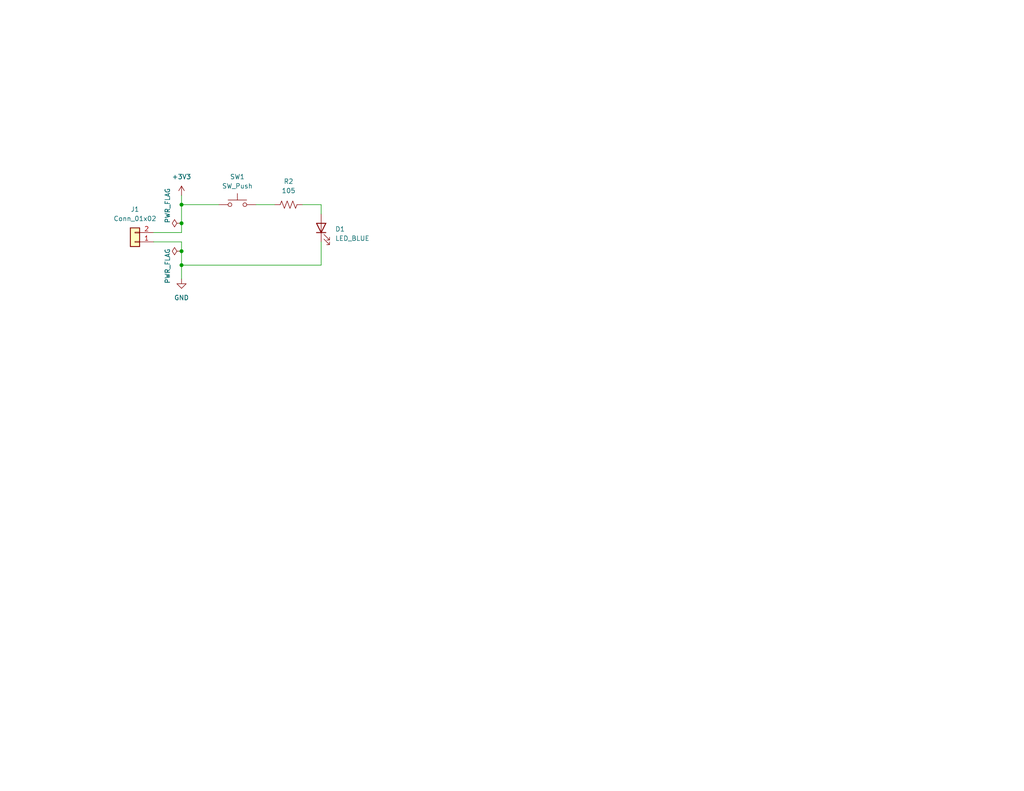
<source format=kicad_sch>
(kicad_sch (version 20231120) (generator "eeschema") (generator_version "8.0")
  (paper "USLetter")
  (title_block (title "LED Project") (date "2025-09-11") (rev "1.0") (company "Illini Solar Car") (comment 1 "Designed By: Nathan Wang"))
  (lib_symbols
    (symbol "Connector_Generic:Conn_01x02" (pin_names (offset 1.016) hide)
      (property "Reference" "J" (at 0 2.54 0))
      (property "Value" "Conn_01x02" (at 0 -5.08 0))
      (symbol "Conn_01x02_1_1"
        (rectangle (start -1.27 -2.413) (end 0 -2.667) (stroke (width 0.1524)))
        (rectangle (start -1.27 0.127) (end 0 -0.127) (stroke (width 0.1524)))
        (rectangle (start -1.27 1.27) (end 1.27 -3.81) (stroke (width 0.254)) (fill (type background)))
        (pin passive line (at -5.08 0 0) (length 3.81) (name "Pin_1") (number "1"))
        (pin passive line (at -5.08 -2.54 0) (length 3.81) (name "Pin_2") (number "2"))
      )
    )
    (symbol "Device:LED" (pin_numbers hide) (pin_names (offset 1.016) hide)
      (property "Reference" "D" (at 0 2.54 0))
      (property "Value" "LED" (at 0 -2.54 0))
      (symbol "LED_0_1"
        (polyline (pts (xy -1.27 -1.27) (xy -1.27 1.27)) (stroke (width 0.254)))
        (polyline (pts (xy -1.27 0) (xy 1.27 0)))
        (polyline (pts (xy 1.27 -1.27) (xy 1.27 1.27) (xy -1.27 0) (xy 1.27 -1.27)) (stroke (width 0.254)))
        (polyline (pts (xy -3.048 -0.762) (xy -4.572 -2.286) (xy -3.81 -2.286) (xy -4.572 -2.286) (xy -4.572 -1.524)))
        (polyline (pts (xy -1.778 -0.762) (xy -3.302 -2.286) (xy -2.54 -2.286) (xy -3.302 -2.286) (xy -3.302 -1.524)))
      )
      (symbol "LED_1_1"
        (pin passive line (at -3.81 0 0) (length 2.54) (name "K") (number "1"))
        (pin passive line (at 3.81 0 180) (length 2.54) (name "A") (number "2"))
      )
    )
    (symbol "Switch:SW_Push" (pin_numbers hide) (pin_names (offset 1.016) hide)
      (property "Reference" "SW" (at 1.27 2.54 0))
      (property "Value" "SW_Push" (at 0 -1.524 0))
      (symbol "SW_Push_0_1"
        (circle (center -2.032 0) (radius 0.508))
        (polyline (pts (xy 0 1.27) (xy 0 3.048)))
        (polyline (pts (xy 2.54 1.27) (xy -2.54 1.27)))
        (circle (center 2.032 0) (radius 0.508))
        (pin passive line (at -5.08 0 0) (length 2.54) (name "1") (number "1"))
        (pin passive line (at 5.08 0 180) (length 2.54) (name "2") (number "2"))
      )
    )
    (symbol "device:R_US" (pin_numbers hide) (pin_names (offset 0))
      (property "Reference" "R" (at 2.54 0 90))
      (property "Value" "R_US" (at -2.54 0 90))
      (symbol "R_US_0_1"
        (polyline (pts (xy 0 -2.286) (xy 0 -2.54)))
        (polyline (pts (xy 0 2.286) (xy 0 2.54)))
        (polyline (pts (xy 0 -0.762) (xy 1.016 -1.143) (xy 0 -1.524) (xy -1.016 -1.905) (xy 0 -2.286)))
        (polyline (pts (xy 0 0.762) (xy 1.016 0.381) (xy 0 0) (xy -1.016 -0.381) (xy 0 -0.762)))
        (polyline (pts (xy 0 2.286) (xy 1.016 1.905) (xy 0 1.524) (xy -1.016 1.143) (xy 0 0.762)))
      )
      (symbol "R_US_1_1"
        (pin passive line (at 0 3.81 270) (length 1.27) (name "~") (number "1"))
        (pin passive line (at 0 -3.81 90) (length 1.27) (name "~") (number "2"))
      )
    )
    (symbol "power:+3V3" (power) (pin_names (offset 0))
      (property "Value" "+3V3" (at 0 3.556 0))
      (symbol "+3V3_0_1"
        (polyline (pts (xy -0.762 1.27) (xy 0 2.54)))
        (polyline (pts (xy 0 0) (xy 0 2.54)))
        (polyline (pts (xy 0 2.54) (xy 0.762 1.27)))
      )
      (symbol "+3V3_1_1"
        (pin power_in line (at 0 0 90) (length 0) hide (name "+3V3") (number "1"))
      )
    )
    (symbol "power:GND" (power) (pin_names (offset 0))
      (property "Value" "GND" (at 0 -3.81 0))
      (symbol "GND_0_1"
        (polyline (pts (xy 0 0) (xy 0 -1.27) (xy 1.27 -1.27) (xy 0 -2.54) (xy -1.27 -1.27) (xy 0 -1.27)))
      )
      (symbol "GND_1_1"
        (pin power_in line (at 0 0 270) (length 0) hide (name "GND") (number "1"))
      )
    )
    (symbol "power:PWR_FLAG" (power) (pin_numbers hide) (pin_names (offset 0) hide)
      (property "Value" "PWR_FLAG" (at 0 3.81 0))
      (symbol "PWR_FLAG_0_0"
        (pin power_out line (at 0 0 90) (length 0) (name "pwr") (number "1"))
      )
      (symbol "PWR_FLAG_0_1"
        (polyline (pts (xy 0 0) (xy 0 1.27) (xy -1.016 1.905) (xy 0 2.54) (xy 1.016 1.905) (xy 0 1.27)))
      )
    )
  )
  (junction (at 49.53 72.39))
  (junction (at 49.53 55.88))
  (junction (at 49.53 68.58))
  (junction (at 49.53 60.96))
  (wire (pts (xy 49.53 63.5) (xy 49.53 60.96)))
  (wire (pts (xy 49.53 55.88) (xy 49.53 53.34)))
  (wire (pts (xy 49.53 68.58) (xy 49.53 72.39)))
  (wire (pts (xy 41.91 63.5) (xy 49.53 63.5)))
  (wire (pts (xy 49.53 66.04) (xy 49.53 68.58)))
  (wire (pts (xy 82.55 55.88) (xy 87.63 55.88)))
  (wire (pts (xy 59.69 55.88) (xy 49.53 55.88)))
  (wire (pts (xy 49.53 60.96) (xy 49.53 55.88)))
  (wire (pts (xy 49.53 72.39) (xy 49.53 76.2)))
  (wire (pts (xy 49.53 72.39) (xy 87.63 72.39)))
  (wire (pts (xy 87.63 72.39) (xy 87.63 66.04)))
  (wire (pts (xy 69.85 55.88) (xy 74.93 55.88)))
  (wire (pts (xy 87.63 55.88) (xy 87.63 58.42)))
  (wire (pts (xy 41.91 66.04) (xy 49.53 66.04)))
  (symbol (lib_id "device:R_US") (at 78.74 55.88 90) (unit 1)
    (property "Reference" "R2" (at 78.74 49.53 90))
    (property "Value" "105" (at 78.74 52.07 90))
    (property "Footprint" "Resistor_SMD:R_0603_1608Metric_Pad0.98x0.95mm_HandSolder" (effects (hide yes)))
    (property "Description" "Resistor, US symbol" (effects (hide yes)))
  )
  (symbol (lib_id "power:+3V3") (at 49.53 53.34 0) (unit 1)
    (property "Reference" "#PWR1" (effects (hide yes)))
    (property "Value" "+3V3" (at 49.53 48.26 0))
    (property "Description" "Power symbol creates a global label with name \"+3V3\"" (effects (hide yes)))
  )
  (symbol (lib_id "power:PWR_FLAG") (at 49.53 68.58 90) (unit 1)
    (property "Reference" "#FLG2" (effects (hide yes)))
    (property "Value" "PWR_FLAG" (at 45.72 77.47 0) (effects (justify left)))
    (property "Description" "Special symbol for telling ERC where power comes from" (effects (hide yes)))
  )
  (symbol (lib_id "Connector_Generic:Conn_01x02") (at 36.83 66.04 180) (unit 1)
    (property "Reference" "J1" (at 36.83 57.15 0))
    (property "Value" "Conn_01x02" (at 36.83 59.69 0))
    (property "Footprint" "Connector_Molex:Molex_KK-254_AE-6410-02A_1x02_P2.54mm_Vertical" (effects (hide yes)))
    (property "Datasheet" "https://www.molex.com/content/dam/molex/molex-dot-com/products/automated/en-us/salesdrawingpdf/641/6410/022272021_sd.pdf?inline" (effects (hide yes)))
    (property "Description" "Generic connector, single row, 01x02, script generated (kicad-library-utils/schlib/autogen/connector/)" (effects (hide yes)))
    (property "MPN" "022272021" (effects (hide yes)))
  )
  (symbol (lib_id "power:GND") (at 49.53 76.2 0) (unit 1)
    (property "Reference" "#PWR2" (effects (hide yes)))
    (property "Value" "GND" (at 49.53 81.28 0))
    (property "Description" "Power symbol creates a global label with name \"GND\" , ground" (effects (hide yes)))
  )
  (symbol (lib_id "Switch:SW_Push") (at 64.77 55.88 0) (unit 1)
    (property "Reference" "SW1" (at 64.77 48.26 0))
    (property "Value" "SW_Push" (at 64.77 50.8 0))
    (property "Footprint" "Button_Switch_SMD:SW_DIP_SPSTx01_Slide_6.7x4.1mm_W8.61mm_P2.54mm_LowProfile" (effects (hide yes)))
    (property "Datasheet" "https://www.digikey.com/en/products/detail/te-connectivity-alcoswitch-switches/1825910-6/1632536" (effects (hide yes)))
    (property "Description" "Push button switch, generic, two pins" (effects (hide yes)))
    (property "MPN" "1825910-6" (effects (hide yes)))
  )
  (symbol (lib_id "power:PWR_FLAG") (at 49.53 60.96 90) (unit 1)
    (property "Reference" "#FLG1" (effects (hide yes)))
    (property "Value" "PWR_FLAG" (at 45.72 60.9599 0) (effects (justify left)))
    (property "Description" "Special symbol for telling ERC where power comes from" (effects (hide yes)))
  )
  (symbol (lib_id "Device:LED") (at 87.63 62.23 90) (unit 1)
    (property "Reference" "D1" (at 91.44 62.5474 90) (effects (justify right)))
    (property "Value" "LED_BLUE" (at 91.44 65.0874 90) (effects (justify right)))
    (property "Footprint" "layout:LED_0603_Symbol_on_F.SilkS" (effects (hide yes)))
    (property "Description" "Light emitting diode" (effects (hide yes)))
  )
)
</source>
